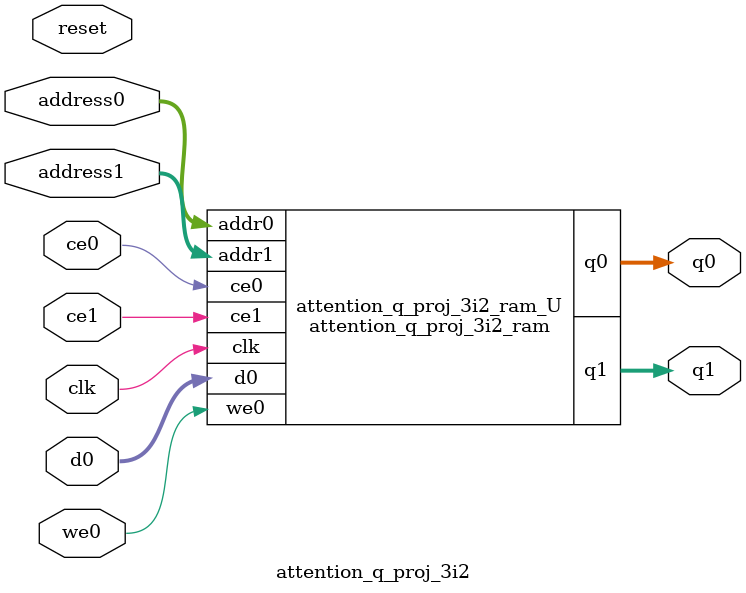
<source format=v>
`timescale 1 ns / 1 ps
module attention_q_proj_3i2_ram (addr0, ce0, d0, we0, q0, addr1, ce1, q1,  clk);

parameter DWIDTH = 40;
parameter AWIDTH = 7;
parameter MEM_SIZE = 96;

input[AWIDTH-1:0] addr0;
input ce0;
input[DWIDTH-1:0] d0;
input we0;
output reg[DWIDTH-1:0] q0;
input[AWIDTH-1:0] addr1;
input ce1;
output reg[DWIDTH-1:0] q1;
input clk;

(* ram_style = "block" *)reg [DWIDTH-1:0] ram[0:MEM_SIZE-1];




always @(posedge clk)  
begin 
    if (ce0) begin
        if (we0) 
            ram[addr0] <= d0; 
        q0 <= ram[addr0];
    end
end


always @(posedge clk)  
begin 
    if (ce1) begin
        q1 <= ram[addr1];
    end
end


endmodule

`timescale 1 ns / 1 ps
module attention_q_proj_3i2(
    reset,
    clk,
    address0,
    ce0,
    we0,
    d0,
    q0,
    address1,
    ce1,
    q1);

parameter DataWidth = 32'd40;
parameter AddressRange = 32'd96;
parameter AddressWidth = 32'd7;
input reset;
input clk;
input[AddressWidth - 1:0] address0;
input ce0;
input we0;
input[DataWidth - 1:0] d0;
output[DataWidth - 1:0] q0;
input[AddressWidth - 1:0] address1;
input ce1;
output[DataWidth - 1:0] q1;



attention_q_proj_3i2_ram attention_q_proj_3i2_ram_U(
    .clk( clk ),
    .addr0( address0 ),
    .ce0( ce0 ),
    .we0( we0 ),
    .d0( d0 ),
    .q0( q0 ),
    .addr1( address1 ),
    .ce1( ce1 ),
    .q1( q1 ));

endmodule


</source>
